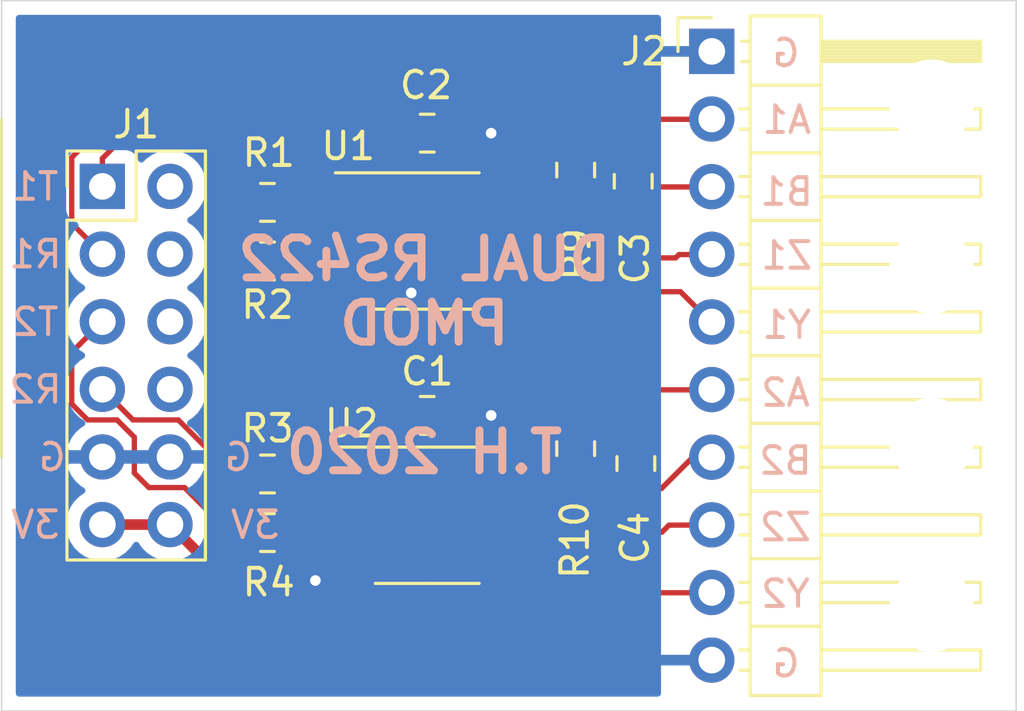
<source format=kicad_pcb>
(kicad_pcb (version 20171130) (host pcbnew "(5.1.5)-3")

  (general
    (thickness 1.6)
    (drawings 27)
    (tracks 121)
    (zones 0)
    (modules 18)
    (nets 25)
  )

  (page A4)
  (layers
    (0 F.Cu signal)
    (31 B.Cu signal)
    (32 B.Adhes user)
    (33 F.Adhes user)
    (34 B.Paste user)
    (35 F.Paste user)
    (36 B.SilkS user)
    (37 F.SilkS user)
    (38 B.Mask user)
    (39 F.Mask user)
    (40 Dwgs.User user)
    (41 Cmts.User user)
    (42 Eco1.User user)
    (43 Eco2.User user)
    (44 Edge.Cuts user)
    (45 Margin user)
    (46 B.CrtYd user hide)
    (47 F.CrtYd user)
    (48 B.Fab user hide)
    (49 F.Fab user hide)
  )

  (setup
    (last_trace_width 0.2)
    (trace_clearance 0.2)
    (zone_clearance 0.508)
    (zone_45_only no)
    (trace_min 0.2)
    (via_size 0.8)
    (via_drill 0.4)
    (via_min_size 0.4)
    (via_min_drill 0.3)
    (uvia_size 0.3)
    (uvia_drill 0.1)
    (uvias_allowed no)
    (uvia_min_size 0.2)
    (uvia_min_drill 0.1)
    (edge_width 0.05)
    (segment_width 0.2)
    (pcb_text_width 0.3)
    (pcb_text_size 1.5 1.5)
    (mod_edge_width 0.12)
    (mod_text_size 1 1)
    (mod_text_width 0.15)
    (pad_size 1.524 1.524)
    (pad_drill 0.762)
    (pad_to_mask_clearance 0.051)
    (solder_mask_min_width 0.25)
    (aux_axis_origin 214.66048 128.89484)
    (grid_origin 214.66048 128.89484)
    (visible_elements 7FF7FFFF)
    (pcbplotparams
      (layerselection 0x010fc_ffffffff)
      (usegerberextensions false)
      (usegerberattributes false)
      (usegerberadvancedattributes false)
      (creategerberjobfile false)
      (excludeedgelayer true)
      (linewidth 0.100000)
      (plotframeref false)
      (viasonmask false)
      (mode 1)
      (useauxorigin false)
      (hpglpennumber 1)
      (hpglpenspeed 20)
      (hpglpendiameter 15.000000)
      (psnegative false)
      (psa4output false)
      (plotreference true)
      (plotvalue true)
      (plotinvisibletext false)
      (padsonsilk false)
      (subtractmaskfromsilk false)
      (outputformat 1)
      (mirror false)
      (drillshape 0)
      (scaleselection 1)
      (outputdirectory "Manufacturing/Gerber/"))
  )

  (net 0 "")
  (net 1 /GND)
  (net 2 /3V3)
  (net 3 "Net-(C3-Pad2)")
  (net 4 "Net-(C3-Pad1)")
  (net 5 "Net-(C4-Pad2)")
  (net 6 "Net-(C4-Pad1)")
  (net 7 /RX2)
  (net 8 /TX2)
  (net 9 /RX1)
  (net 10 /TX1)
  (net 11 "Net-(J2-Pad8)")
  (net 12 "Net-(J2-Pad5)")
  (net 13 "Net-(J2-Pad4)")
  (net 14 "Net-(R1-Pad1)")
  (net 15 "Net-(R2-Pad1)")
  (net 16 "Net-(R3-Pad1)")
  (net 17 "Net-(R4-Pad1)")
  (net 18 "Net-(J1-Pad8)")
  (net 19 "Net-(J1-Pad6)")
  (net 20 "Net-(J1-Pad4)")
  (net 21 "Net-(J1-Pad2)")
  (net 22 "Net-(J2-Pad9)")
  (net 23 "Net-(J2-Pad6)")
  (net 24 "Net-(J2-Pad2)")

  (net_class Default "This is the default net class."
    (clearance 0.2)
    (trace_width 0.2)
    (via_dia 0.8)
    (via_drill 0.4)
    (uvia_dia 0.3)
    (uvia_drill 0.1)
    (add_net /RX1)
    (add_net /RX2)
    (add_net /TX1)
    (add_net /TX2)
    (add_net "Net-(C3-Pad1)")
    (add_net "Net-(C3-Pad2)")
    (add_net "Net-(C4-Pad1)")
    (add_net "Net-(C4-Pad2)")
    (add_net "Net-(J1-Pad2)")
    (add_net "Net-(J1-Pad4)")
    (add_net "Net-(J1-Pad6)")
    (add_net "Net-(J1-Pad8)")
    (add_net "Net-(J2-Pad2)")
    (add_net "Net-(J2-Pad4)")
    (add_net "Net-(J2-Pad5)")
    (add_net "Net-(J2-Pad6)")
    (add_net "Net-(J2-Pad8)")
    (add_net "Net-(J2-Pad9)")
    (add_net "Net-(R1-Pad1)")
    (add_net "Net-(R2-Pad1)")
    (add_net "Net-(R3-Pad1)")
    (add_net "Net-(R4-Pad1)")
  )

  (net_class power ""
    (clearance 0.2)
    (trace_width 0.4)
    (via_dia 0.8)
    (via_drill 0.4)
    (uvia_dia 0.3)
    (uvia_drill 0.1)
    (add_net /3V3)
    (add_net /GND)
  )

  (module MountingHole:MountingHole_3.2mm_M3 (layer F.Cu) (tedit 56D1B4CB) (tstamp 5E45B5A1)
    (at 249.58548 118.73484)
    (descr "Mounting Hole 3.2mm, no annular, M3")
    (tags "mounting hole 3.2mm no annular m3")
    (attr virtual)
    (fp_text reference REF** (at 0 -4.2) (layer F.SilkS) hide
      (effects (font (size 1 1) (thickness 0.15)))
    )
    (fp_text value MountingHole_3.2mm_M3 (at 0 4.2) (layer F.Fab)
      (effects (font (size 1 1) (thickness 0.15)))
    )
    (fp_text user %R (at 0.3 0) (layer F.Fab)
      (effects (font (size 1 1) (thickness 0.15)))
    )
    (fp_circle (center 0 0) (end 3.2 0) (layer Cmts.User) (width 0.15))
    (fp_circle (center 0 0) (end 3.45 0) (layer F.CrtYd) (width 0.05))
    (pad 1 np_thru_hole circle (at 0 0) (size 3.2 3.2) (drill 3.2) (layers *.Cu *.Mask))
  )

  (module MountingHole:MountingHole_3.2mm_M3 (layer F.Cu) (tedit 56D1B4CB) (tstamp 5E45B59A)
    (at 249.58548 125.08484)
    (descr "Mounting Hole 3.2mm, no annular, M3")
    (tags "mounting hole 3.2mm no annular m3")
    (attr virtual)
    (fp_text reference REF** (at 0 -4.2) (layer F.SilkS) hide
      (effects (font (size 1 1) (thickness 0.15)))
    )
    (fp_text value MountingHole_3.2mm_M3 (at 0 4.2) (layer F.Fab)
      (effects (font (size 1 1) (thickness 0.15)))
    )
    (fp_text user %R (at 0.3 0) (layer F.Fab)
      (effects (font (size 1 1) (thickness 0.15)))
    )
    (fp_circle (center 0 0) (end 3.2 0) (layer Cmts.User) (width 0.15))
    (fp_circle (center 0 0) (end 3.45 0) (layer F.CrtYd) (width 0.05))
    (pad 1 np_thru_hole circle (at 0 0) (size 3.2 3.2) (drill 3.2) (layers *.Cu *.Mask))
  )

  (module Connector_PinHeader_2.54mm:PinHeader_1x10_P2.54mm_Horizontal (layer F.Cu) (tedit 59FED5CB) (tstamp 5E45AB97)
    (at 241.33048 104.12984)
    (descr "Through hole angled pin header, 1x10, 2.54mm pitch, 6mm pin length, single row")
    (tags "Through hole angled pin header THT 1x10 2.54mm single row")
    (path /5E5A10A1)
    (fp_text reference J2 (at -2.54 0) (layer F.SilkS)
      (effects (font (size 1 1) (thickness 0.15)))
    )
    (fp_text value Conn_01x10_Male (at 4.385 25.13) (layer F.Fab)
      (effects (font (size 1 1) (thickness 0.15)))
    )
    (fp_text user %R (at 2.77 11.43 90) (layer F.Fab)
      (effects (font (size 1 1) (thickness 0.15)))
    )
    (fp_line (start 10.55 -1.8) (end -1.8 -1.8) (layer F.CrtYd) (width 0.05))
    (fp_line (start 10.55 24.65) (end 10.55 -1.8) (layer F.CrtYd) (width 0.05))
    (fp_line (start -1.8 24.65) (end 10.55 24.65) (layer F.CrtYd) (width 0.05))
    (fp_line (start -1.8 -1.8) (end -1.8 24.65) (layer F.CrtYd) (width 0.05))
    (fp_line (start -1.27 -1.27) (end 0 -1.27) (layer F.SilkS) (width 0.12))
    (fp_line (start -1.27 0) (end -1.27 -1.27) (layer F.SilkS) (width 0.12))
    (fp_line (start 1.042929 23.24) (end 1.44 23.24) (layer F.SilkS) (width 0.12))
    (fp_line (start 1.042929 22.48) (end 1.44 22.48) (layer F.SilkS) (width 0.12))
    (fp_line (start 10.1 23.24) (end 4.1 23.24) (layer F.SilkS) (width 0.12))
    (fp_line (start 10.1 22.48) (end 10.1 23.24) (layer F.SilkS) (width 0.12))
    (fp_line (start 4.1 22.48) (end 10.1 22.48) (layer F.SilkS) (width 0.12))
    (fp_line (start 1.44 21.59) (end 4.1 21.59) (layer F.SilkS) (width 0.12))
    (fp_line (start 1.042929 20.7) (end 1.44 20.7) (layer F.SilkS) (width 0.12))
    (fp_line (start 1.042929 19.94) (end 1.44 19.94) (layer F.SilkS) (width 0.12))
    (fp_line (start 10.1 20.7) (end 4.1 20.7) (layer F.SilkS) (width 0.12))
    (fp_line (start 10.1 19.94) (end 10.1 20.7) (layer F.SilkS) (width 0.12))
    (fp_line (start 4.1 19.94) (end 10.1 19.94) (layer F.SilkS) (width 0.12))
    (fp_line (start 1.44 19.05) (end 4.1 19.05) (layer F.SilkS) (width 0.12))
    (fp_line (start 1.042929 18.16) (end 1.44 18.16) (layer F.SilkS) (width 0.12))
    (fp_line (start 1.042929 17.4) (end 1.44 17.4) (layer F.SilkS) (width 0.12))
    (fp_line (start 10.1 18.16) (end 4.1 18.16) (layer F.SilkS) (width 0.12))
    (fp_line (start 10.1 17.4) (end 10.1 18.16) (layer F.SilkS) (width 0.12))
    (fp_line (start 4.1 17.4) (end 10.1 17.4) (layer F.SilkS) (width 0.12))
    (fp_line (start 1.44 16.51) (end 4.1 16.51) (layer F.SilkS) (width 0.12))
    (fp_line (start 1.042929 15.62) (end 1.44 15.62) (layer F.SilkS) (width 0.12))
    (fp_line (start 1.042929 14.86) (end 1.44 14.86) (layer F.SilkS) (width 0.12))
    (fp_line (start 10.1 15.62) (end 4.1 15.62) (layer F.SilkS) (width 0.12))
    (fp_line (start 10.1 14.86) (end 10.1 15.62) (layer F.SilkS) (width 0.12))
    (fp_line (start 4.1 14.86) (end 10.1 14.86) (layer F.SilkS) (width 0.12))
    (fp_line (start 1.44 13.97) (end 4.1 13.97) (layer F.SilkS) (width 0.12))
    (fp_line (start 1.042929 13.08) (end 1.44 13.08) (layer F.SilkS) (width 0.12))
    (fp_line (start 1.042929 12.32) (end 1.44 12.32) (layer F.SilkS) (width 0.12))
    (fp_line (start 10.1 13.08) (end 4.1 13.08) (layer F.SilkS) (width 0.12))
    (fp_line (start 10.1 12.32) (end 10.1 13.08) (layer F.SilkS) (width 0.12))
    (fp_line (start 4.1 12.32) (end 10.1 12.32) (layer F.SilkS) (width 0.12))
    (fp_line (start 1.44 11.43) (end 4.1 11.43) (layer F.SilkS) (width 0.12))
    (fp_line (start 1.042929 10.54) (end 1.44 10.54) (layer F.SilkS) (width 0.12))
    (fp_line (start 1.042929 9.78) (end 1.44 9.78) (layer F.SilkS) (width 0.12))
    (fp_line (start 10.1 10.54) (end 4.1 10.54) (layer F.SilkS) (width 0.12))
    (fp_line (start 10.1 9.78) (end 10.1 10.54) (layer F.SilkS) (width 0.12))
    (fp_line (start 4.1 9.78) (end 10.1 9.78) (layer F.SilkS) (width 0.12))
    (fp_line (start 1.44 8.89) (end 4.1 8.89) (layer F.SilkS) (width 0.12))
    (fp_line (start 1.042929 8) (end 1.44 8) (layer F.SilkS) (width 0.12))
    (fp_line (start 1.042929 7.24) (end 1.44 7.24) (layer F.SilkS) (width 0.12))
    (fp_line (start 10.1 8) (end 4.1 8) (layer F.SilkS) (width 0.12))
    (fp_line (start 10.1 7.24) (end 10.1 8) (layer F.SilkS) (width 0.12))
    (fp_line (start 4.1 7.24) (end 10.1 7.24) (layer F.SilkS) (width 0.12))
    (fp_line (start 1.44 6.35) (end 4.1 6.35) (layer F.SilkS) (width 0.12))
    (fp_line (start 1.042929 5.46) (end 1.44 5.46) (layer F.SilkS) (width 0.12))
    (fp_line (start 1.042929 4.7) (end 1.44 4.7) (layer F.SilkS) (width 0.12))
    (fp_line (start 10.1 5.46) (end 4.1 5.46) (layer F.SilkS) (width 0.12))
    (fp_line (start 10.1 4.7) (end 10.1 5.46) (layer F.SilkS) (width 0.12))
    (fp_line (start 4.1 4.7) (end 10.1 4.7) (layer F.SilkS) (width 0.12))
    (fp_line (start 1.44 3.81) (end 4.1 3.81) (layer F.SilkS) (width 0.12))
    (fp_line (start 1.042929 2.92) (end 1.44 2.92) (layer F.SilkS) (width 0.12))
    (fp_line (start 1.042929 2.16) (end 1.44 2.16) (layer F.SilkS) (width 0.12))
    (fp_line (start 10.1 2.92) (end 4.1 2.92) (layer F.SilkS) (width 0.12))
    (fp_line (start 10.1 2.16) (end 10.1 2.92) (layer F.SilkS) (width 0.12))
    (fp_line (start 4.1 2.16) (end 10.1 2.16) (layer F.SilkS) (width 0.12))
    (fp_line (start 1.44 1.27) (end 4.1 1.27) (layer F.SilkS) (width 0.12))
    (fp_line (start 1.11 0.38) (end 1.44 0.38) (layer F.SilkS) (width 0.12))
    (fp_line (start 1.11 -0.38) (end 1.44 -0.38) (layer F.SilkS) (width 0.12))
    (fp_line (start 4.1 0.28) (end 10.1 0.28) (layer F.SilkS) (width 0.12))
    (fp_line (start 4.1 0.16) (end 10.1 0.16) (layer F.SilkS) (width 0.12))
    (fp_line (start 4.1 0.04) (end 10.1 0.04) (layer F.SilkS) (width 0.12))
    (fp_line (start 4.1 -0.08) (end 10.1 -0.08) (layer F.SilkS) (width 0.12))
    (fp_line (start 4.1 -0.2) (end 10.1 -0.2) (layer F.SilkS) (width 0.12))
    (fp_line (start 4.1 -0.32) (end 10.1 -0.32) (layer F.SilkS) (width 0.12))
    (fp_line (start 10.1 0.38) (end 4.1 0.38) (layer F.SilkS) (width 0.12))
    (fp_line (start 10.1 -0.38) (end 10.1 0.38) (layer F.SilkS) (width 0.12))
    (fp_line (start 4.1 -0.38) (end 10.1 -0.38) (layer F.SilkS) (width 0.12))
    (fp_line (start 4.1 -1.33) (end 1.44 -1.33) (layer F.SilkS) (width 0.12))
    (fp_line (start 4.1 24.19) (end 4.1 -1.33) (layer F.SilkS) (width 0.12))
    (fp_line (start 1.44 24.19) (end 4.1 24.19) (layer F.SilkS) (width 0.12))
    (fp_line (start 1.44 -1.33) (end 1.44 24.19) (layer F.SilkS) (width 0.12))
    (fp_line (start 4.04 23.18) (end 10.04 23.18) (layer F.Fab) (width 0.1))
    (fp_line (start 10.04 22.54) (end 10.04 23.18) (layer F.Fab) (width 0.1))
    (fp_line (start 4.04 22.54) (end 10.04 22.54) (layer F.Fab) (width 0.1))
    (fp_line (start -0.32 23.18) (end 1.5 23.18) (layer F.Fab) (width 0.1))
    (fp_line (start -0.32 22.54) (end -0.32 23.18) (layer F.Fab) (width 0.1))
    (fp_line (start -0.32 22.54) (end 1.5 22.54) (layer F.Fab) (width 0.1))
    (fp_line (start 4.04 20.64) (end 10.04 20.64) (layer F.Fab) (width 0.1))
    (fp_line (start 10.04 20) (end 10.04 20.64) (layer F.Fab) (width 0.1))
    (fp_line (start 4.04 20) (end 10.04 20) (layer F.Fab) (width 0.1))
    (fp_line (start -0.32 20.64) (end 1.5 20.64) (layer F.Fab) (width 0.1))
    (fp_line (start -0.32 20) (end -0.32 20.64) (layer F.Fab) (width 0.1))
    (fp_line (start -0.32 20) (end 1.5 20) (layer F.Fab) (width 0.1))
    (fp_line (start 4.04 18.1) (end 10.04 18.1) (layer F.Fab) (width 0.1))
    (fp_line (start 10.04 17.46) (end 10.04 18.1) (layer F.Fab) (width 0.1))
    (fp_line (start 4.04 17.46) (end 10.04 17.46) (layer F.Fab) (width 0.1))
    (fp_line (start -0.32 18.1) (end 1.5 18.1) (layer F.Fab) (width 0.1))
    (fp_line (start -0.32 17.46) (end -0.32 18.1) (layer F.Fab) (width 0.1))
    (fp_line (start -0.32 17.46) (end 1.5 17.46) (layer F.Fab) (width 0.1))
    (fp_line (start 4.04 15.56) (end 10.04 15.56) (layer F.Fab) (width 0.1))
    (fp_line (start 10.04 14.92) (end 10.04 15.56) (layer F.Fab) (width 0.1))
    (fp_line (start 4.04 14.92) (end 10.04 14.92) (layer F.Fab) (width 0.1))
    (fp_line (start -0.32 15.56) (end 1.5 15.56) (layer F.Fab) (width 0.1))
    (fp_line (start -0.32 14.92) (end -0.32 15.56) (layer F.Fab) (width 0.1))
    (fp_line (start -0.32 14.92) (end 1.5 14.92) (layer F.Fab) (width 0.1))
    (fp_line (start 4.04 13.02) (end 10.04 13.02) (layer F.Fab) (width 0.1))
    (fp_line (start 10.04 12.38) (end 10.04 13.02) (layer F.Fab) (width 0.1))
    (fp_line (start 4.04 12.38) (end 10.04 12.38) (layer F.Fab) (width 0.1))
    (fp_line (start -0.32 13.02) (end 1.5 13.02) (layer F.Fab) (width 0.1))
    (fp_line (start -0.32 12.38) (end -0.32 13.02) (layer F.Fab) (width 0.1))
    (fp_line (start -0.32 12.38) (end 1.5 12.38) (layer F.Fab) (width 0.1))
    (fp_line (start 4.04 10.48) (end 10.04 10.48) (layer F.Fab) (width 0.1))
    (fp_line (start 10.04 9.84) (end 10.04 10.48) (layer F.Fab) (width 0.1))
    (fp_line (start 4.04 9.84) (end 10.04 9.84) (layer F.Fab) (width 0.1))
    (fp_line (start -0.32 10.48) (end 1.5 10.48) (layer F.Fab) (width 0.1))
    (fp_line (start -0.32 9.84) (end -0.32 10.48) (layer F.Fab) (width 0.1))
    (fp_line (start -0.32 9.84) (end 1.5 9.84) (layer F.Fab) (width 0.1))
    (fp_line (start 4.04 7.94) (end 10.04 7.94) (layer F.Fab) (width 0.1))
    (fp_line (start 10.04 7.3) (end 10.04 7.94) (layer F.Fab) (width 0.1))
    (fp_line (start 4.04 7.3) (end 10.04 7.3) (layer F.Fab) (width 0.1))
    (fp_line (start -0.32 7.94) (end 1.5 7.94) (layer F.Fab) (width 0.1))
    (fp_line (start -0.32 7.3) (end -0.32 7.94) (layer F.Fab) (width 0.1))
    (fp_line (start -0.32 7.3) (end 1.5 7.3) (layer F.Fab) (width 0.1))
    (fp_line (start 4.04 5.4) (end 10.04 5.4) (layer F.Fab) (width 0.1))
    (fp_line (start 10.04 4.76) (end 10.04 5.4) (layer F.Fab) (width 0.1))
    (fp_line (start 4.04 4.76) (end 10.04 4.76) (layer F.Fab) (width 0.1))
    (fp_line (start -0.32 5.4) (end 1.5 5.4) (layer F.Fab) (width 0.1))
    (fp_line (start -0.32 4.76) (end -0.32 5.4) (layer F.Fab) (width 0.1))
    (fp_line (start -0.32 4.76) (end 1.5 4.76) (layer F.Fab) (width 0.1))
    (fp_line (start 4.04 2.86) (end 10.04 2.86) (layer F.Fab) (width 0.1))
    (fp_line (start 10.04 2.22) (end 10.04 2.86) (layer F.Fab) (width 0.1))
    (fp_line (start 4.04 2.22) (end 10.04 2.22) (layer F.Fab) (width 0.1))
    (fp_line (start -0.32 2.86) (end 1.5 2.86) (layer F.Fab) (width 0.1))
    (fp_line (start -0.32 2.22) (end -0.32 2.86) (layer F.Fab) (width 0.1))
    (fp_line (start -0.32 2.22) (end 1.5 2.22) (layer F.Fab) (width 0.1))
    (fp_line (start 4.04 0.32) (end 10.04 0.32) (layer F.Fab) (width 0.1))
    (fp_line (start 10.04 -0.32) (end 10.04 0.32) (layer F.Fab) (width 0.1))
    (fp_line (start 4.04 -0.32) (end 10.04 -0.32) (layer F.Fab) (width 0.1))
    (fp_line (start -0.32 0.32) (end 1.5 0.32) (layer F.Fab) (width 0.1))
    (fp_line (start -0.32 -0.32) (end -0.32 0.32) (layer F.Fab) (width 0.1))
    (fp_line (start -0.32 -0.32) (end 1.5 -0.32) (layer F.Fab) (width 0.1))
    (fp_line (start 1.5 -0.635) (end 2.135 -1.27) (layer F.Fab) (width 0.1))
    (fp_line (start 1.5 24.13) (end 1.5 -0.635) (layer F.Fab) (width 0.1))
    (fp_line (start 4.04 24.13) (end 1.5 24.13) (layer F.Fab) (width 0.1))
    (fp_line (start 4.04 -1.27) (end 4.04 24.13) (layer F.Fab) (width 0.1))
    (fp_line (start 2.135 -1.27) (end 4.04 -1.27) (layer F.Fab) (width 0.1))
    (pad 10 thru_hole oval (at 0 22.86) (size 1.7 1.7) (drill 1) (layers *.Cu *.Mask)
      (net 1 /GND))
    (pad 9 thru_hole oval (at 0 20.32) (size 1.7 1.7) (drill 1) (layers *.Cu *.Mask)
      (net 22 "Net-(J2-Pad9)"))
    (pad 8 thru_hole oval (at 0 17.78) (size 1.7 1.7) (drill 1) (layers *.Cu *.Mask)
      (net 11 "Net-(J2-Pad8)"))
    (pad 7 thru_hole oval (at 0 15.24) (size 1.7 1.7) (drill 1) (layers *.Cu *.Mask)
      (net 5 "Net-(C4-Pad2)"))
    (pad 6 thru_hole oval (at 0 12.7) (size 1.7 1.7) (drill 1) (layers *.Cu *.Mask)
      (net 23 "Net-(J2-Pad6)"))
    (pad 5 thru_hole oval (at 0 10.16) (size 1.7 1.7) (drill 1) (layers *.Cu *.Mask)
      (net 12 "Net-(J2-Pad5)"))
    (pad 4 thru_hole oval (at 0 7.62) (size 1.7 1.7) (drill 1) (layers *.Cu *.Mask)
      (net 13 "Net-(J2-Pad4)"))
    (pad 3 thru_hole oval (at 0 5.08) (size 1.7 1.7) (drill 1) (layers *.Cu *.Mask)
      (net 3 "Net-(C3-Pad2)"))
    (pad 2 thru_hole oval (at 0 2.54) (size 1.7 1.7) (drill 1) (layers *.Cu *.Mask)
      (net 24 "Net-(J2-Pad2)"))
    (pad 1 thru_hole rect (at 0 0) (size 1.7 1.7) (drill 1) (layers *.Cu *.Mask)
      (net 1 /GND))
    (model ${KISYS3DMOD}/Connector_PinHeader_2.54mm.3dshapes/PinHeader_1x10_P2.54mm_Horizontal.wrl
      (at (xyz 0 0 0))
      (scale (xyz 1 1 1))
      (rotate (xyz 0 0 0))
    )
  )

  (module MountingHole:MountingHole_3.2mm_M3 (layer F.Cu) (tedit 56D1B4CB) (tstamp 5E459EA5)
    (at 249.58548 112.38484)
    (descr "Mounting Hole 3.2mm, no annular, M3")
    (tags "mounting hole 3.2mm no annular m3")
    (attr virtual)
    (fp_text reference REF** (at 0 -4.2) (layer F.SilkS) hide
      (effects (font (size 1 1) (thickness 0.15)))
    )
    (fp_text value MountingHole_3.2mm_M3 (at 0 4.2) (layer F.Fab)
      (effects (font (size 1 1) (thickness 0.15)))
    )
    (fp_circle (center 0 0) (end 3.45 0) (layer F.CrtYd) (width 0.05))
    (fp_circle (center 0 0) (end 3.2 0) (layer Cmts.User) (width 0.15))
    (fp_text user %R (at 0.3 0) (layer F.Fab)
      (effects (font (size 1 1) (thickness 0.15)))
    )
    (pad 1 np_thru_hole circle (at 0 0) (size 3.2 3.2) (drill 3.2) (layers *.Cu *.Mask))
  )

  (module MountingHole:MountingHole_3.2mm_M3 (layer F.Cu) (tedit 56D1B4CB) (tstamp 5E459E88)
    (at 249.58548 106.03484)
    (descr "Mounting Hole 3.2mm, no annular, M3")
    (tags "mounting hole 3.2mm no annular m3")
    (attr virtual)
    (fp_text reference REF** (at 0 -4.2) (layer F.SilkS) hide
      (effects (font (size 1 1) (thickness 0.15)))
    )
    (fp_text value MountingHole_3.2mm_M3 (at 0 4.2) (layer F.Fab)
      (effects (font (size 1 1) (thickness 0.15)))
    )
    (fp_circle (center 0 0) (end 3.45 0) (layer F.CrtYd) (width 0.05))
    (fp_circle (center 0 0) (end 3.2 0) (layer Cmts.User) (width 0.15))
    (fp_text user %R (at 0.3 0) (layer F.Fab)
      (effects (font (size 1 1) (thickness 0.15)))
    )
    (pad 1 np_thru_hole circle (at 0 0) (size 3.2 3.2) (drill 3.2) (layers *.Cu *.Mask))
  )

  (module Capacitor_SMD:C_0805_2012Metric (layer F.Cu) (tedit 5B36C52B) (tstamp 5E459473)
    (at 230.645 107.2)
    (descr "Capacitor SMD 0805 (2012 Metric), square (rectangular) end terminal, IPC_7351 nominal, (Body size source: https://docs.google.com/spreadsheets/d/1BsfQQcO9C6DZCsRaXUlFlo91Tg2WpOkGARC1WS5S8t0/edit?usp=sharing), generated with kicad-footprint-generator")
    (tags capacitor)
    (path /5E4AD9DD)
    (attr smd)
    (fp_text reference C2 (at -0.04602 -1.80016) (layer F.SilkS)
      (effects (font (size 1 1) (thickness 0.15)))
    )
    (fp_text value 1u (at 0 1.65) (layer F.Fab)
      (effects (font (size 1 1) (thickness 0.15)))
    )
    (fp_text user %R (at 0 0) (layer F.Fab)
      (effects (font (size 0.5 0.5) (thickness 0.08)))
    )
    (fp_line (start 1.68 0.95) (end -1.68 0.95) (layer F.CrtYd) (width 0.05))
    (fp_line (start 1.68 -0.95) (end 1.68 0.95) (layer F.CrtYd) (width 0.05))
    (fp_line (start -1.68 -0.95) (end 1.68 -0.95) (layer F.CrtYd) (width 0.05))
    (fp_line (start -1.68 0.95) (end -1.68 -0.95) (layer F.CrtYd) (width 0.05))
    (fp_line (start -0.258578 0.71) (end 0.258578 0.71) (layer F.SilkS) (width 0.12))
    (fp_line (start -0.258578 -0.71) (end 0.258578 -0.71) (layer F.SilkS) (width 0.12))
    (fp_line (start 1 0.6) (end -1 0.6) (layer F.Fab) (width 0.1))
    (fp_line (start 1 -0.6) (end 1 0.6) (layer F.Fab) (width 0.1))
    (fp_line (start -1 -0.6) (end 1 -0.6) (layer F.Fab) (width 0.1))
    (fp_line (start -1 0.6) (end -1 -0.6) (layer F.Fab) (width 0.1))
    (pad 2 smd roundrect (at 0.9375 0) (size 0.975 1.4) (layers F.Cu F.Paste F.Mask) (roundrect_rratio 0.25)
      (net 1 /GND))
    (pad 1 smd roundrect (at -0.9375 0) (size 0.975 1.4) (layers F.Cu F.Paste F.Mask) (roundrect_rratio 0.25)
      (net 2 /3V3))
    (model ${KISYS3DMOD}/Capacitor_SMD.3dshapes/C_0805_2012Metric.wrl
      (at (xyz 0 0 0))
      (scale (xyz 1 1 1))
      (rotate (xyz 0 0 0))
    )
  )

  (module Resistor_SMD:R_0805_2012Metric (layer F.Cu) (tedit 5B36C52B) (tstamp 5E458E74)
    (at 224.645 122.2 180)
    (descr "Resistor SMD 0805 (2012 Metric), square (rectangular) end terminal, IPC_7351 nominal, (Body size source: https://docs.google.com/spreadsheets/d/1BsfQQcO9C6DZCsRaXUlFlo91Tg2WpOkGARC1WS5S8t0/edit?usp=sharing), generated with kicad-footprint-generator")
    (tags resistor)
    (path /5E58C614)
    (attr smd)
    (fp_text reference R4 (at -0.04848 -1.86884) (layer F.SilkS)
      (effects (font (size 1 1) (thickness 0.15)))
    )
    (fp_text value 121 (at 0 1.65) (layer F.Fab)
      (effects (font (size 1 1) (thickness 0.15)))
    )
    (fp_text user %R (at 0 0) (layer F.Fab)
      (effects (font (size 0.5 0.5) (thickness 0.08)))
    )
    (fp_line (start 1.68 0.95) (end -1.68 0.95) (layer F.CrtYd) (width 0.05))
    (fp_line (start 1.68 -0.95) (end 1.68 0.95) (layer F.CrtYd) (width 0.05))
    (fp_line (start -1.68 -0.95) (end 1.68 -0.95) (layer F.CrtYd) (width 0.05))
    (fp_line (start -1.68 0.95) (end -1.68 -0.95) (layer F.CrtYd) (width 0.05))
    (fp_line (start -0.258578 0.71) (end 0.258578 0.71) (layer F.SilkS) (width 0.12))
    (fp_line (start -0.258578 -0.71) (end 0.258578 -0.71) (layer F.SilkS) (width 0.12))
    (fp_line (start 1 0.6) (end -1 0.6) (layer F.Fab) (width 0.1))
    (fp_line (start 1 -0.6) (end 1 0.6) (layer F.Fab) (width 0.1))
    (fp_line (start -1 -0.6) (end 1 -0.6) (layer F.Fab) (width 0.1))
    (fp_line (start -1 0.6) (end -1 -0.6) (layer F.Fab) (width 0.1))
    (pad 2 smd roundrect (at 0.9375 0 180) (size 0.975 1.4) (layers F.Cu F.Paste F.Mask) (roundrect_rratio 0.25)
      (net 8 /TX2))
    (pad 1 smd roundrect (at -0.9375 0 180) (size 0.975 1.4) (layers F.Cu F.Paste F.Mask) (roundrect_rratio 0.25)
      (net 17 "Net-(R4-Pad1)"))
    (model ${KISYS3DMOD}/Resistor_SMD.3dshapes/R_0805_2012Metric.wrl
      (at (xyz 0 0 0))
      (scale (xyz 1 1 1))
      (rotate (xyz 0 0 0))
    )
  )

  (module Resistor_SMD:R_0805_2012Metric (layer F.Cu) (tedit 5B36C52B) (tstamp 5E458E63)
    (at 224.645 120 180)
    (descr "Resistor SMD 0805 (2012 Metric), square (rectangular) end terminal, IPC_7351 nominal, (Body size source: https://docs.google.com/spreadsheets/d/1BsfQQcO9C6DZCsRaXUlFlo91Tg2WpOkGARC1WS5S8t0/edit?usp=sharing), generated with kicad-footprint-generator")
    (tags resistor)
    (path /5E58C60E)
    (attr smd)
    (fp_text reference R3 (at 0 1.70966) (layer F.SilkS)
      (effects (font (size 1 1) (thickness 0.15)))
    )
    (fp_text value 121 (at 0 1.65) (layer F.Fab)
      (effects (font (size 1 1) (thickness 0.15)))
    )
    (fp_text user %R (at 0 0) (layer F.Fab)
      (effects (font (size 0.5 0.5) (thickness 0.08)))
    )
    (fp_line (start 1.68 0.95) (end -1.68 0.95) (layer F.CrtYd) (width 0.05))
    (fp_line (start 1.68 -0.95) (end 1.68 0.95) (layer F.CrtYd) (width 0.05))
    (fp_line (start -1.68 -0.95) (end 1.68 -0.95) (layer F.CrtYd) (width 0.05))
    (fp_line (start -1.68 0.95) (end -1.68 -0.95) (layer F.CrtYd) (width 0.05))
    (fp_line (start -0.258578 0.71) (end 0.258578 0.71) (layer F.SilkS) (width 0.12))
    (fp_line (start -0.258578 -0.71) (end 0.258578 -0.71) (layer F.SilkS) (width 0.12))
    (fp_line (start 1 0.6) (end -1 0.6) (layer F.Fab) (width 0.1))
    (fp_line (start 1 -0.6) (end 1 0.6) (layer F.Fab) (width 0.1))
    (fp_line (start -1 -0.6) (end 1 -0.6) (layer F.Fab) (width 0.1))
    (fp_line (start -1 0.6) (end -1 -0.6) (layer F.Fab) (width 0.1))
    (pad 2 smd roundrect (at 0.9375 0 180) (size 0.975 1.4) (layers F.Cu F.Paste F.Mask) (roundrect_rratio 0.25)
      (net 7 /RX2))
    (pad 1 smd roundrect (at -0.9375 0 180) (size 0.975 1.4) (layers F.Cu F.Paste F.Mask) (roundrect_rratio 0.25)
      (net 16 "Net-(R3-Pad1)"))
    (model ${KISYS3DMOD}/Resistor_SMD.3dshapes/R_0805_2012Metric.wrl
      (at (xyz 0 0 0))
      (scale (xyz 1 1 1))
      (rotate (xyz 0 0 0))
    )
  )

  (module Resistor_SMD:R_0805_2012Metric (layer F.Cu) (tedit 5B36C52B) (tstamp 5E458E52)
    (at 224.645 112 180)
    (descr "Resistor SMD 0805 (2012 Metric), square (rectangular) end terminal, IPC_7351 nominal, (Body size source: https://docs.google.com/spreadsheets/d/1BsfQQcO9C6DZCsRaXUlFlo91Tg2WpOkGARC1WS5S8t0/edit?usp=sharing), generated with kicad-footprint-generator")
    (tags resistor)
    (path /5E586198)
    (attr smd)
    (fp_text reference R2 (at 0 -1.65) (layer F.SilkS)
      (effects (font (size 1 1) (thickness 0.15)))
    )
    (fp_text value 121 (at 0 1.65) (layer F.Fab)
      (effects (font (size 1 1) (thickness 0.15)))
    )
    (fp_text user %R (at 0 0) (layer F.Fab)
      (effects (font (size 0.5 0.5) (thickness 0.08)))
    )
    (fp_line (start 1.68 0.95) (end -1.68 0.95) (layer F.CrtYd) (width 0.05))
    (fp_line (start 1.68 -0.95) (end 1.68 0.95) (layer F.CrtYd) (width 0.05))
    (fp_line (start -1.68 -0.95) (end 1.68 -0.95) (layer F.CrtYd) (width 0.05))
    (fp_line (start -1.68 0.95) (end -1.68 -0.95) (layer F.CrtYd) (width 0.05))
    (fp_line (start -0.258578 0.71) (end 0.258578 0.71) (layer F.SilkS) (width 0.12))
    (fp_line (start -0.258578 -0.71) (end 0.258578 -0.71) (layer F.SilkS) (width 0.12))
    (fp_line (start 1 0.6) (end -1 0.6) (layer F.Fab) (width 0.1))
    (fp_line (start 1 -0.6) (end 1 0.6) (layer F.Fab) (width 0.1))
    (fp_line (start -1 -0.6) (end 1 -0.6) (layer F.Fab) (width 0.1))
    (fp_line (start -1 0.6) (end -1 -0.6) (layer F.Fab) (width 0.1))
    (pad 2 smd roundrect (at 0.9375 0 180) (size 0.975 1.4) (layers F.Cu F.Paste F.Mask) (roundrect_rratio 0.25)
      (net 10 /TX1))
    (pad 1 smd roundrect (at -0.9375 0 180) (size 0.975 1.4) (layers F.Cu F.Paste F.Mask) (roundrect_rratio 0.25)
      (net 15 "Net-(R2-Pad1)"))
    (model ${KISYS3DMOD}/Resistor_SMD.3dshapes/R_0805_2012Metric.wrl
      (at (xyz 0 0 0))
      (scale (xyz 1 1 1))
      (rotate (xyz 0 0 0))
    )
  )

  (module Resistor_SMD:R_0805_2012Metric (layer F.Cu) (tedit 5B36C52B) (tstamp 5E458E41)
    (at 224.645 109.8 180)
    (descr "Resistor SMD 0805 (2012 Metric), square (rectangular) end terminal, IPC_7351 nominal, (Body size source: https://docs.google.com/spreadsheets/d/1BsfQQcO9C6DZCsRaXUlFlo91Tg2WpOkGARC1WS5S8t0/edit?usp=sharing), generated with kicad-footprint-generator")
    (tags resistor)
    (path /5E5824CC)
    (attr smd)
    (fp_text reference R1 (at -0.04848 1.86016) (layer F.SilkS)
      (effects (font (size 1 1) (thickness 0.15)))
    )
    (fp_text value 121 (at 0 1.65) (layer F.Fab)
      (effects (font (size 1 1) (thickness 0.15)))
    )
    (fp_text user %R (at 0 0) (layer F.Fab)
      (effects (font (size 0.5 0.5) (thickness 0.08)))
    )
    (fp_line (start 1.68 0.95) (end -1.68 0.95) (layer F.CrtYd) (width 0.05))
    (fp_line (start 1.68 -0.95) (end 1.68 0.95) (layer F.CrtYd) (width 0.05))
    (fp_line (start -1.68 -0.95) (end 1.68 -0.95) (layer F.CrtYd) (width 0.05))
    (fp_line (start -1.68 0.95) (end -1.68 -0.95) (layer F.CrtYd) (width 0.05))
    (fp_line (start -0.258578 0.71) (end 0.258578 0.71) (layer F.SilkS) (width 0.12))
    (fp_line (start -0.258578 -0.71) (end 0.258578 -0.71) (layer F.SilkS) (width 0.12))
    (fp_line (start 1 0.6) (end -1 0.6) (layer F.Fab) (width 0.1))
    (fp_line (start 1 -0.6) (end 1 0.6) (layer F.Fab) (width 0.1))
    (fp_line (start -1 -0.6) (end 1 -0.6) (layer F.Fab) (width 0.1))
    (fp_line (start -1 0.6) (end -1 -0.6) (layer F.Fab) (width 0.1))
    (pad 2 smd roundrect (at 0.9375 0 180) (size 0.975 1.4) (layers F.Cu F.Paste F.Mask) (roundrect_rratio 0.25)
      (net 9 /RX1))
    (pad 1 smd roundrect (at -0.9375 0 180) (size 0.975 1.4) (layers F.Cu F.Paste F.Mask) (roundrect_rratio 0.25)
      (net 14 "Net-(R1-Pad1)"))
    (model ${KISYS3DMOD}/Resistor_SMD.3dshapes/R_0805_2012Metric.wrl
      (at (xyz 0 0 0))
      (scale (xyz 1 1 1))
      (rotate (xyz 0 0 0))
    )
  )

  (module Connector_PinHeader_2.54mm:PinHeader_2x06_P2.54mm_Vertical (layer F.Cu) (tedit 59FED5CC) (tstamp 5E458802)
    (at 218.445 109.2)
    (descr "Through hole straight pin header, 2x06, 2.54mm pitch, double rows")
    (tags "Through hole pin header THT 2x06 2.54mm double row")
    (path /5E5034B8)
    (fp_text reference J1 (at 1.27 -2.33) (layer F.SilkS)
      (effects (font (size 1 1) (thickness 0.15)))
    )
    (fp_text value Conn_02x06_Odd_Even (at 1.27 15.03) (layer F.Fab)
      (effects (font (size 1 1) (thickness 0.15)))
    )
    (fp_text user %R (at 1.27 6.35 90) (layer F.Fab)
      (effects (font (size 1 1) (thickness 0.15)))
    )
    (fp_line (start 4.35 -1.8) (end -1.8 -1.8) (layer F.CrtYd) (width 0.05))
    (fp_line (start 4.35 14.5) (end 4.35 -1.8) (layer F.CrtYd) (width 0.05))
    (fp_line (start -1.8 14.5) (end 4.35 14.5) (layer F.CrtYd) (width 0.05))
    (fp_line (start -1.8 -1.8) (end -1.8 14.5) (layer F.CrtYd) (width 0.05))
    (fp_line (start -1.33 -1.33) (end 0 -1.33) (layer F.SilkS) (width 0.12))
    (fp_line (start -1.33 0) (end -1.33 -1.33) (layer F.SilkS) (width 0.12))
    (fp_line (start 1.27 -1.33) (end 3.87 -1.33) (layer F.SilkS) (width 0.12))
    (fp_line (start 1.27 1.27) (end 1.27 -1.33) (layer F.SilkS) (width 0.12))
    (fp_line (start -1.33 1.27) (end 1.27 1.27) (layer F.SilkS) (width 0.12))
    (fp_line (start 3.87 -1.33) (end 3.87 14.03) (layer F.SilkS) (width 0.12))
    (fp_line (start -1.33 1.27) (end -1.33 14.03) (layer F.SilkS) (width 0.12))
    (fp_line (start -1.33 14.03) (end 3.87 14.03) (layer F.SilkS) (width 0.12))
    (fp_line (start -1.27 0) (end 0 -1.27) (layer F.Fab) (width 0.1))
    (fp_line (start -1.27 13.97) (end -1.27 0) (layer F.Fab) (width 0.1))
    (fp_line (start 3.81 13.97) (end -1.27 13.97) (layer F.Fab) (width 0.1))
    (fp_line (start 3.81 -1.27) (end 3.81 13.97) (layer F.Fab) (width 0.1))
    (fp_line (start 0 -1.27) (end 3.81 -1.27) (layer F.Fab) (width 0.1))
    (pad 12 thru_hole oval (at 2.54 12.7) (size 1.7 1.7) (drill 1) (layers *.Cu *.Mask)
      (net 2 /3V3))
    (pad 11 thru_hole oval (at 0 12.7) (size 1.7 1.7) (drill 1) (layers *.Cu *.Mask)
      (net 2 /3V3))
    (pad 10 thru_hole oval (at 2.54 10.16) (size 1.7 1.7) (drill 1) (layers *.Cu *.Mask)
      (net 1 /GND))
    (pad 9 thru_hole oval (at 0 10.16) (size 1.7 1.7) (drill 1) (layers *.Cu *.Mask)
      (net 1 /GND))
    (pad 8 thru_hole oval (at 2.54 7.62) (size 1.7 1.7) (drill 1) (layers *.Cu *.Mask)
      (net 18 "Net-(J1-Pad8)"))
    (pad 7 thru_hole oval (at 0 7.62) (size 1.7 1.7) (drill 1) (layers *.Cu *.Mask)
      (net 7 /RX2))
    (pad 6 thru_hole oval (at 2.54 5.08) (size 1.7 1.7) (drill 1) (layers *.Cu *.Mask)
      (net 19 "Net-(J1-Pad6)"))
    (pad 5 thru_hole oval (at 0 5.08) (size 1.7 1.7) (drill 1) (layers *.Cu *.Mask)
      (net 8 /TX2))
    (pad 4 thru_hole oval (at 2.54 2.54) (size 1.7 1.7) (drill 1) (layers *.Cu *.Mask)
      (net 20 "Net-(J1-Pad4)"))
    (pad 3 thru_hole oval (at 0 2.54) (size 1.7 1.7) (drill 1) (layers *.Cu *.Mask)
      (net 9 /RX1))
    (pad 2 thru_hole oval (at 2.54 0) (size 1.7 1.7) (drill 1) (layers *.Cu *.Mask)
      (net 21 "Net-(J1-Pad2)"))
    (pad 1 thru_hole rect (at 0 0) (size 1.7 1.7) (drill 1) (layers *.Cu *.Mask)
      (net 10 /TX1))
    (model ${KISYS3DMOD}/Connector_PinHeader_2.54mm.3dshapes/PinHeader_2x06_P2.54mm_Vertical.wrl
      (at (xyz 0 0 0))
      (scale (xyz 1 1 1))
      (rotate (xyz 0 0 0))
    )
  )

  (module Package_SO:SOIC-8_3.9x4.9mm_P1.27mm (layer F.Cu) (tedit 5D9F72B1) (tstamp 5E45794D)
    (at 230.645 121.55)
    (descr "SOIC, 8 Pin (JEDEC MS-012AA, https://www.analog.com/media/en/package-pcb-resources/package/pkg_pdf/soic_narrow-r/r_8.pdf), generated with kicad-footprint-generator ipc_gullwing_generator.py")
    (tags "SOIC SO")
    (path /5E55D209)
    (attr smd)
    (fp_text reference U2 (at -2.84002 -3.45016) (layer F.SilkS)
      (effects (font (size 1 1) (thickness 0.15)))
    )
    (fp_text value MAX490E (at 0 3.4) (layer F.Fab)
      (effects (font (size 1 1) (thickness 0.15)))
    )
    (fp_text user %R (at 0 0) (layer F.Fab)
      (effects (font (size 0.98 0.98) (thickness 0.15)))
    )
    (fp_line (start 3.7 -2.7) (end -3.7 -2.7) (layer F.CrtYd) (width 0.05))
    (fp_line (start 3.7 2.7) (end 3.7 -2.7) (layer F.CrtYd) (width 0.05))
    (fp_line (start -3.7 2.7) (end 3.7 2.7) (layer F.CrtYd) (width 0.05))
    (fp_line (start -3.7 -2.7) (end -3.7 2.7) (layer F.CrtYd) (width 0.05))
    (fp_line (start -1.95 -1.475) (end -0.975 -2.45) (layer F.Fab) (width 0.1))
    (fp_line (start -1.95 2.45) (end -1.95 -1.475) (layer F.Fab) (width 0.1))
    (fp_line (start 1.95 2.45) (end -1.95 2.45) (layer F.Fab) (width 0.1))
    (fp_line (start 1.95 -2.45) (end 1.95 2.45) (layer F.Fab) (width 0.1))
    (fp_line (start -0.975 -2.45) (end 1.95 -2.45) (layer F.Fab) (width 0.1))
    (fp_line (start 0 -2.56) (end -3.45 -2.56) (layer F.SilkS) (width 0.12))
    (fp_line (start 0 -2.56) (end 1.95 -2.56) (layer F.SilkS) (width 0.12))
    (fp_line (start 0 2.56) (end -1.95 2.56) (layer F.SilkS) (width 0.12))
    (fp_line (start 0 2.56) (end 1.95 2.56) (layer F.SilkS) (width 0.12))
    (pad 8 smd roundrect (at 2.475 -1.905) (size 1.95 0.6) (layers F.Cu F.Paste F.Mask) (roundrect_rratio 0.25)
      (net 23 "Net-(J2-Pad6)"))
    (pad 7 smd roundrect (at 2.475 -0.635) (size 1.95 0.6) (layers F.Cu F.Paste F.Mask) (roundrect_rratio 0.25)
      (net 5 "Net-(C4-Pad2)"))
    (pad 6 smd roundrect (at 2.475 0.635) (size 1.95 0.6) (layers F.Cu F.Paste F.Mask) (roundrect_rratio 0.25)
      (net 11 "Net-(J2-Pad8)"))
    (pad 5 smd roundrect (at 2.475 1.905) (size 1.95 0.6) (layers F.Cu F.Paste F.Mask) (roundrect_rratio 0.25)
      (net 22 "Net-(J2-Pad9)"))
    (pad 4 smd roundrect (at -2.475 1.905) (size 1.95 0.6) (layers F.Cu F.Paste F.Mask) (roundrect_rratio 0.25)
      (net 1 /GND))
    (pad 3 smd roundrect (at -2.475 0.635) (size 1.95 0.6) (layers F.Cu F.Paste F.Mask) (roundrect_rratio 0.25)
      (net 17 "Net-(R4-Pad1)"))
    (pad 2 smd roundrect (at -2.475 -0.635) (size 1.95 0.6) (layers F.Cu F.Paste F.Mask) (roundrect_rratio 0.25)
      (net 16 "Net-(R3-Pad1)"))
    (pad 1 smd roundrect (at -2.475 -1.905) (size 1.95 0.6) (layers F.Cu F.Paste F.Mask) (roundrect_rratio 0.25)
      (net 2 /3V3))
    (model ${KISYS3DMOD}/Package_SO.3dshapes/SOIC-8_3.9x4.9mm_P1.27mm.wrl
      (at (xyz 0 0 0))
      (scale (xyz 1 1 1))
      (rotate (xyz 0 0 0))
    )
  )

  (module Package_SO:SOIC-8_3.9x4.9mm_P1.27mm (layer F.Cu) (tedit 5D9F72B1) (tstamp 5E4578CC)
    (at 230.645 111.25)
    (descr "SOIC, 8 Pin (JEDEC MS-012AA, https://www.analog.com/media/en/package-pcb-resources/package/pkg_pdf/soic_narrow-r/r_8.pdf), generated with kicad-footprint-generator ipc_gullwing_generator.py")
    (tags "SOIC SO")
    (path /5E53E3B1)
    (attr smd)
    (fp_text reference U1 (at -2.96702 -3.56416) (layer F.SilkS)
      (effects (font (size 1 1) (thickness 0.15)))
    )
    (fp_text value MAX490E (at 0 3.4) (layer F.Fab)
      (effects (font (size 1 1) (thickness 0.15)))
    )
    (fp_text user %R (at 0 0) (layer F.Fab)
      (effects (font (size 0.98 0.98) (thickness 0.15)))
    )
    (fp_line (start 3.7 -2.7) (end -3.7 -2.7) (layer F.CrtYd) (width 0.05))
    (fp_line (start 3.7 2.7) (end 3.7 -2.7) (layer F.CrtYd) (width 0.05))
    (fp_line (start -3.7 2.7) (end 3.7 2.7) (layer F.CrtYd) (width 0.05))
    (fp_line (start -3.7 -2.7) (end -3.7 2.7) (layer F.CrtYd) (width 0.05))
    (fp_line (start -1.95 -1.475) (end -0.975 -2.45) (layer F.Fab) (width 0.1))
    (fp_line (start -1.95 2.45) (end -1.95 -1.475) (layer F.Fab) (width 0.1))
    (fp_line (start 1.95 2.45) (end -1.95 2.45) (layer F.Fab) (width 0.1))
    (fp_line (start 1.95 -2.45) (end 1.95 2.45) (layer F.Fab) (width 0.1))
    (fp_line (start -0.975 -2.45) (end 1.95 -2.45) (layer F.Fab) (width 0.1))
    (fp_line (start 0 -2.56) (end -3.45 -2.56) (layer F.SilkS) (width 0.12))
    (fp_line (start 0 -2.56) (end 1.95 -2.56) (layer F.SilkS) (width 0.12))
    (fp_line (start 0 2.56) (end -1.95 2.56) (layer F.SilkS) (width 0.12))
    (fp_line (start 0 2.56) (end 1.95 2.56) (layer F.SilkS) (width 0.12))
    (pad 8 smd roundrect (at 2.475 -1.905) (size 1.95 0.6) (layers F.Cu F.Paste F.Mask) (roundrect_rratio 0.25)
      (net 24 "Net-(J2-Pad2)"))
    (pad 7 smd roundrect (at 2.475 -0.635) (size 1.95 0.6) (layers F.Cu F.Paste F.Mask) (roundrect_rratio 0.25)
      (net 3 "Net-(C3-Pad2)"))
    (pad 6 smd roundrect (at 2.475 0.635) (size 1.95 0.6) (layers F.Cu F.Paste F.Mask) (roundrect_rratio 0.25)
      (net 13 "Net-(J2-Pad4)"))
    (pad 5 smd roundrect (at 2.475 1.905) (size 1.95 0.6) (layers F.Cu F.Paste F.Mask) (roundrect_rratio 0.25)
      (net 12 "Net-(J2-Pad5)"))
    (pad 4 smd roundrect (at -2.475 1.905) (size 1.95 0.6) (layers F.Cu F.Paste F.Mask) (roundrect_rratio 0.25)
      (net 1 /GND))
    (pad 3 smd roundrect (at -2.475 0.635) (size 1.95 0.6) (layers F.Cu F.Paste F.Mask) (roundrect_rratio 0.25)
      (net 15 "Net-(R2-Pad1)"))
    (pad 2 smd roundrect (at -2.475 -0.635) (size 1.95 0.6) (layers F.Cu F.Paste F.Mask) (roundrect_rratio 0.25)
      (net 14 "Net-(R1-Pad1)"))
    (pad 1 smd roundrect (at -2.475 -1.905) (size 1.95 0.6) (layers F.Cu F.Paste F.Mask) (roundrect_rratio 0.25)
      (net 2 /3V3))
    (model ${KISYS3DMOD}/Package_SO.3dshapes/SOIC-8_3.9x4.9mm_P1.27mm.wrl
      (at (xyz 0 0 0))
      (scale (xyz 1 1 1))
      (rotate (xyz 0 0 0))
    )
  )

  (module Resistor_SMD:R_0805_2012Metric (layer F.Cu) (tedit 5B36C52B) (tstamp 5E44C18C)
    (at 236.22 119.0475 270)
    (descr "Resistor SMD 0805 (2012 Metric), square (rectangular) end terminal, IPC_7351 nominal, (Body size source: https://docs.google.com/spreadsheets/d/1BsfQQcO9C6DZCsRaXUlFlo91Tg2WpOkGARC1WS5S8t0/edit?usp=sharing), generated with kicad-footprint-generator")
    (tags resistor)
    (path /5E490F84)
    (attr smd)
    (fp_text reference R10 (at 3.43384 0.03302 90) (layer F.SilkS)
      (effects (font (size 1 1) (thickness 0.15)))
    )
    (fp_text value 121 (at 0 1.65 90) (layer F.Fab)
      (effects (font (size 1 1) (thickness 0.15)))
    )
    (fp_text user %R (at 0 0 90) (layer F.Fab)
      (effects (font (size 0.5 0.5) (thickness 0.08)))
    )
    (fp_line (start 1.68 0.95) (end -1.68 0.95) (layer F.CrtYd) (width 0.05))
    (fp_line (start 1.68 -0.95) (end 1.68 0.95) (layer F.CrtYd) (width 0.05))
    (fp_line (start -1.68 -0.95) (end 1.68 -0.95) (layer F.CrtYd) (width 0.05))
    (fp_line (start -1.68 0.95) (end -1.68 -0.95) (layer F.CrtYd) (width 0.05))
    (fp_line (start -0.258578 0.71) (end 0.258578 0.71) (layer F.SilkS) (width 0.12))
    (fp_line (start -0.258578 -0.71) (end 0.258578 -0.71) (layer F.SilkS) (width 0.12))
    (fp_line (start 1 0.6) (end -1 0.6) (layer F.Fab) (width 0.1))
    (fp_line (start 1 -0.6) (end 1 0.6) (layer F.Fab) (width 0.1))
    (fp_line (start -1 -0.6) (end 1 -0.6) (layer F.Fab) (width 0.1))
    (fp_line (start -1 0.6) (end -1 -0.6) (layer F.Fab) (width 0.1))
    (pad 2 smd roundrect (at 0.9375 0 270) (size 0.975 1.4) (layers F.Cu F.Paste F.Mask) (roundrect_rratio 0.25)
      (net 6 "Net-(C4-Pad1)"))
    (pad 1 smd roundrect (at -0.9375 0 270) (size 0.975 1.4) (layers F.Cu F.Paste F.Mask) (roundrect_rratio 0.25)
      (net 23 "Net-(J2-Pad6)"))
    (model ${KISYS3DMOD}/Resistor_SMD.3dshapes/R_0805_2012Metric.wrl
      (at (xyz 0 0 0))
      (scale (xyz 1 1 1))
      (rotate (xyz 0 0 0))
    )
  )

  (module Resistor_SMD:R_0805_2012Metric (layer F.Cu) (tedit 5B36C52B) (tstamp 5E44CCC0)
    (at 236.22 108.585 270)
    (descr "Resistor SMD 0805 (2012 Metric), square (rectangular) end terminal, IPC_7351 nominal, (Body size source: https://docs.google.com/spreadsheets/d/1BsfQQcO9C6DZCsRaXUlFlo91Tg2WpOkGARC1WS5S8t0/edit?usp=sharing), generated with kicad-footprint-generator")
    (tags resistor)
    (path /5E472724)
    (attr smd)
    (fp_text reference R9 (at 3.16484 -0.03048 90) (layer F.SilkS)
      (effects (font (size 1 1) (thickness 0.15)))
    )
    (fp_text value 121 (at 0 1.65 90) (layer F.Fab)
      (effects (font (size 1 1) (thickness 0.15)))
    )
    (fp_text user %R (at 0 0 90) (layer F.Fab)
      (effects (font (size 0.5 0.5) (thickness 0.08)))
    )
    (fp_line (start 1.68 0.95) (end -1.68 0.95) (layer F.CrtYd) (width 0.05))
    (fp_line (start 1.68 -0.95) (end 1.68 0.95) (layer F.CrtYd) (width 0.05))
    (fp_line (start -1.68 -0.95) (end 1.68 -0.95) (layer F.CrtYd) (width 0.05))
    (fp_line (start -1.68 0.95) (end -1.68 -0.95) (layer F.CrtYd) (width 0.05))
    (fp_line (start -0.258578 0.71) (end 0.258578 0.71) (layer F.SilkS) (width 0.12))
    (fp_line (start -0.258578 -0.71) (end 0.258578 -0.71) (layer F.SilkS) (width 0.12))
    (fp_line (start 1 0.6) (end -1 0.6) (layer F.Fab) (width 0.1))
    (fp_line (start 1 -0.6) (end 1 0.6) (layer F.Fab) (width 0.1))
    (fp_line (start -1 -0.6) (end 1 -0.6) (layer F.Fab) (width 0.1))
    (fp_line (start -1 0.6) (end -1 -0.6) (layer F.Fab) (width 0.1))
    (pad 2 smd roundrect (at 0.9375 0 270) (size 0.975 1.4) (layers F.Cu F.Paste F.Mask) (roundrect_rratio 0.25)
      (net 4 "Net-(C3-Pad1)"))
    (pad 1 smd roundrect (at -0.9375 0 270) (size 0.975 1.4) (layers F.Cu F.Paste F.Mask) (roundrect_rratio 0.25)
      (net 24 "Net-(J2-Pad2)"))
    (model ${KISYS3DMOD}/Resistor_SMD.3dshapes/R_0805_2012Metric.wrl
      (at (xyz 0 0 0))
      (scale (xyz 1 1 1))
      (rotate (xyz 0 0 0))
    )
  )

  (module Capacitor_SMD:C_0805_2012Metric (layer F.Cu) (tedit 5B36C52B) (tstamp 5E44C007)
    (at 238.48 119.6075 270)
    (descr "Capacitor SMD 0805 (2012 Metric), square (rectangular) end terminal, IPC_7351 nominal, (Body size source: https://docs.google.com/spreadsheets/d/1BsfQQcO9C6DZCsRaXUlFlo91Tg2WpOkGARC1WS5S8t0/edit?usp=sharing), generated with kicad-footprint-generator")
    (tags capacitor)
    (path /5E490F8A)
    (attr smd)
    (fp_text reference C4 (at 2.7925 0.035 90) (layer F.SilkS)
      (effects (font (size 1 1) (thickness 0.15)))
    )
    (fp_text value 100p (at 0 1.65 90) (layer F.Fab)
      (effects (font (size 1 1) (thickness 0.15)))
    )
    (fp_text user %R (at 0 0 90) (layer F.Fab)
      (effects (font (size 0.5 0.5) (thickness 0.08)))
    )
    (fp_line (start 1.68 0.95) (end -1.68 0.95) (layer F.CrtYd) (width 0.05))
    (fp_line (start 1.68 -0.95) (end 1.68 0.95) (layer F.CrtYd) (width 0.05))
    (fp_line (start -1.68 -0.95) (end 1.68 -0.95) (layer F.CrtYd) (width 0.05))
    (fp_line (start -1.68 0.95) (end -1.68 -0.95) (layer F.CrtYd) (width 0.05))
    (fp_line (start -0.258578 0.71) (end 0.258578 0.71) (layer F.SilkS) (width 0.12))
    (fp_line (start -0.258578 -0.71) (end 0.258578 -0.71) (layer F.SilkS) (width 0.12))
    (fp_line (start 1 0.6) (end -1 0.6) (layer F.Fab) (width 0.1))
    (fp_line (start 1 -0.6) (end 1 0.6) (layer F.Fab) (width 0.1))
    (fp_line (start -1 -0.6) (end 1 -0.6) (layer F.Fab) (width 0.1))
    (fp_line (start -1 0.6) (end -1 -0.6) (layer F.Fab) (width 0.1))
    (pad 2 smd roundrect (at 0.9375 0 270) (size 0.975 1.4) (layers F.Cu F.Paste F.Mask) (roundrect_rratio 0.25)
      (net 5 "Net-(C4-Pad2)"))
    (pad 1 smd roundrect (at -0.9375 0 270) (size 0.975 1.4) (layers F.Cu F.Paste F.Mask) (roundrect_rratio 0.25)
      (net 6 "Net-(C4-Pad1)"))
    (model ${KISYS3DMOD}/Capacitor_SMD.3dshapes/C_0805_2012Metric.wrl
      (at (xyz 0 0 0))
      (scale (xyz 1 1 1))
      (rotate (xyz 0 0 0))
    )
  )

  (module Capacitor_SMD:C_0805_2012Metric (layer F.Cu) (tedit 5B36C52B) (tstamp 5E44BFF6)
    (at 238.38 109.0075 270)
    (descr "Capacitor SMD 0805 (2012 Metric), square (rectangular) end terminal, IPC_7351 nominal, (Body size source: https://docs.google.com/spreadsheets/d/1BsfQQcO9C6DZCsRaXUlFlo91Tg2WpOkGARC1WS5S8t0/edit?usp=sharing), generated with kicad-footprint-generator")
    (tags capacitor)
    (path /5E4ACA80)
    (attr smd)
    (fp_text reference C3 (at 2.8925 -0.065 90) (layer F.SilkS)
      (effects (font (size 1 1) (thickness 0.15)))
    )
    (fp_text value 100p (at 0 1.65 90) (layer F.Fab)
      (effects (font (size 1 1) (thickness 0.15)))
    )
    (fp_text user %R (at 0 0 90) (layer F.Fab)
      (effects (font (size 0.5 0.5) (thickness 0.08)))
    )
    (fp_line (start 1.68 0.95) (end -1.68 0.95) (layer F.CrtYd) (width 0.05))
    (fp_line (start 1.68 -0.95) (end 1.68 0.95) (layer F.CrtYd) (width 0.05))
    (fp_line (start -1.68 -0.95) (end 1.68 -0.95) (layer F.CrtYd) (width 0.05))
    (fp_line (start -1.68 0.95) (end -1.68 -0.95) (layer F.CrtYd) (width 0.05))
    (fp_line (start -0.258578 0.71) (end 0.258578 0.71) (layer F.SilkS) (width 0.12))
    (fp_line (start -0.258578 -0.71) (end 0.258578 -0.71) (layer F.SilkS) (width 0.12))
    (fp_line (start 1 0.6) (end -1 0.6) (layer F.Fab) (width 0.1))
    (fp_line (start 1 -0.6) (end 1 0.6) (layer F.Fab) (width 0.1))
    (fp_line (start -1 -0.6) (end 1 -0.6) (layer F.Fab) (width 0.1))
    (fp_line (start -1 0.6) (end -1 -0.6) (layer F.Fab) (width 0.1))
    (pad 2 smd roundrect (at 0.9375 0 270) (size 0.975 1.4) (layers F.Cu F.Paste F.Mask) (roundrect_rratio 0.25)
      (net 3 "Net-(C3-Pad2)"))
    (pad 1 smd roundrect (at -0.9375 0 270) (size 0.975 1.4) (layers F.Cu F.Paste F.Mask) (roundrect_rratio 0.25)
      (net 4 "Net-(C3-Pad1)"))
    (model ${KISYS3DMOD}/Capacitor_SMD.3dshapes/C_0805_2012Metric.wrl
      (at (xyz 0 0 0))
      (scale (xyz 1 1 1))
      (rotate (xyz 0 0 0))
    )
  )

  (module Capacitor_SMD:C_0805_2012Metric (layer F.Cu) (tedit 5B36C52B) (tstamp 5E451B34)
    (at 230.645 117.8)
    (descr "Capacitor SMD 0805 (2012 Metric), square (rectangular) end terminal, IPC_7351 nominal, (Body size source: https://docs.google.com/spreadsheets/d/1BsfQQcO9C6DZCsRaXUlFlo91Tg2WpOkGARC1WS5S8t0/edit?usp=sharing), generated with kicad-footprint-generator")
    (tags capacitor)
    (path /5E4AD08B)
    (attr smd)
    (fp_text reference C1 (at 0 -1.65) (layer F.SilkS)
      (effects (font (size 1 1) (thickness 0.15)))
    )
    (fp_text value 1u (at 0 1.65) (layer F.Fab)
      (effects (font (size 1 1) (thickness 0.15)))
    )
    (fp_text user %R (at 0 0) (layer F.Fab)
      (effects (font (size 0.5 0.5) (thickness 0.08)))
    )
    (fp_line (start 1.68 0.95) (end -1.68 0.95) (layer F.CrtYd) (width 0.05))
    (fp_line (start 1.68 -0.95) (end 1.68 0.95) (layer F.CrtYd) (width 0.05))
    (fp_line (start -1.68 -0.95) (end 1.68 -0.95) (layer F.CrtYd) (width 0.05))
    (fp_line (start -1.68 0.95) (end -1.68 -0.95) (layer F.CrtYd) (width 0.05))
    (fp_line (start -0.258578 0.71) (end 0.258578 0.71) (layer F.SilkS) (width 0.12))
    (fp_line (start -0.258578 -0.71) (end 0.258578 -0.71) (layer F.SilkS) (width 0.12))
    (fp_line (start 1 0.6) (end -1 0.6) (layer F.Fab) (width 0.1))
    (fp_line (start 1 -0.6) (end 1 0.6) (layer F.Fab) (width 0.1))
    (fp_line (start -1 -0.6) (end 1 -0.6) (layer F.Fab) (width 0.1))
    (fp_line (start -1 0.6) (end -1 -0.6) (layer F.Fab) (width 0.1))
    (pad 2 smd roundrect (at 0.9375 0) (size 0.975 1.4) (layers F.Cu F.Paste F.Mask) (roundrect_rratio 0.25)
      (net 1 /GND))
    (pad 1 smd roundrect (at -0.9375 0) (size 0.975 1.4) (layers F.Cu F.Paste F.Mask) (roundrect_rratio 0.25)
      (net 2 /3V3))
    (model ${KISYS3DMOD}/Capacitor_SMD.3dshapes/C_0805_2012Metric.wrl
      (at (xyz 0 0 0))
      (scale (xyz 1 1 1))
      (rotate (xyz 0 0 0))
    )
  )

  (gr_text G (at 244.12448 104.19334) (layer B.SilkS)
    (effects (font (size 1 1) (thickness 0.15)) (justify mirror))
  )
  (gr_text G (at 244.12448 127.11684) (layer B.SilkS)
    (effects (font (size 1 1) (thickness 0.15)) (justify mirror))
  )
  (gr_text G (at 223.55048 119.36984) (layer B.SilkS)
    (effects (font (size 1 1) (thickness 0.15)) (justify mirror))
  )
  (gr_text "3V\n" (at 224.18548 121.90984) (layer B.SilkS)
    (effects (font (size 1 1) (thickness 0.15)) (justify mirror))
  )
  (gr_text "3V\n" (at 215.93048 121.90984) (layer B.SilkS)
    (effects (font (size 1 1) (thickness 0.15)) (justify mirror))
  )
  (gr_text G (at 216.56548 119.36984) (layer B.SilkS)
    (effects (font (size 1 1) (thickness 0.15)) (justify mirror))
  )
  (gr_text T1 (at 215.93048 109.20984) (layer B.SilkS)
    (effects (font (size 1 1) (thickness 0.15)) (justify mirror))
  )
  (gr_text R1 (at 215.93048 111.74984) (layer B.SilkS)
    (effects (font (size 1 1) (thickness 0.15)) (justify mirror))
  )
  (gr_text R2 (at 215.93048 116.82984) (layer B.SilkS)
    (effects (font (size 1 1) (thickness 0.15)) (justify mirror))
  )
  (gr_text T2 (at 215.93048 114.28984) (layer B.SilkS)
    (effects (font (size 1 1) (thickness 0.15)) (justify mirror))
  )
  (gr_line (start 214.66048 102.22484) (end 214.66048 119.36984) (layer Edge.Cuts) (width 0.05) (tstamp 5E459E63))
  (gr_line (start 252.76048 102.22484) (end 214.66048 102.22484) (layer Edge.Cuts) (width 0.05))
  (gr_line (start 252.76048 128.89484) (end 252.76048 102.22484) (layer Edge.Cuts) (width 0.05))
  (gr_line (start 214.66048 128.89484) (end 252.76048 128.89484) (layer Edge.Cuts) (width 0.05))
  (gr_line (start 214.66048 125.71984) (end 214.66048 128.89484) (layer Edge.Cuts) (width 0.05))
  (gr_line (start 214.66048 119.36984) (end 214.66048 125.71984) (layer Edge.Cuts) (width 0.05))
  (gr_line (start 214.66048 106.66984) (end 214.66048 119.36984) (layer F.SilkS) (width 0.12))
  (gr_line (start 214.66048 119.36984) (end 214.66048 106.66984) (layer F.SilkS) (width 0.12))
  (gr_text "DUAL RS422\nPMOD\n\nT.H 2020\n" (at 230.53548 115.55984) (layer B.SilkS)
    (effects (font (size 1.5 1.5) (thickness 0.3)) (justify mirror))
  )
  (gr_text Y2 (at 244.095 124.5) (layer B.SilkS)
    (effects (font (size 1 1) (thickness 0.15)) (justify mirror))
  )
  (gr_text Z2 (at 244.095 122) (layer B.SilkS)
    (effects (font (size 1 1) (thickness 0.15)) (justify mirror))
  )
  (gr_text B2 (at 244.095 119.5) (layer B.SilkS)
    (effects (font (size 1 1) (thickness 0.15)) (justify mirror))
  )
  (gr_text "A2\n" (at 244.095 116.95) (layer B.SilkS)
    (effects (font (size 1 1) (thickness 0.15)) (justify mirror))
  )
  (gr_text Y1 (at 244.145 114.4) (layer B.SilkS)
    (effects (font (size 1 1) (thickness 0.15)) (justify mirror))
  )
  (gr_text Z1 (at 244.145 111.8) (layer B.SilkS)
    (effects (font (size 1 1) (thickness 0.15)) (justify mirror))
  )
  (gr_text B1 (at 244.145 109.4) (layer B.SilkS)
    (effects (font (size 1 1) (thickness 0.15)) (justify mirror))
  )
  (gr_text A1 (at 244.145 106.7) (layer B.SilkS)
    (effects (font (size 1 1) (thickness 0.15)) (justify mirror))
  )

  (via (at 233.045 117.8) (size 0.8) (drill 0.4) (layers F.Cu B.Cu) (net 1))
  (segment (start 231.5825 117.8) (end 233.045 117.8) (width 0.4) (layer F.Cu) (net 1))
  (segment (start 228.17 113.155) (end 228.6 113.155) (width 0.4) (layer F.Cu) (net 1))
  (segment (start 228.6 113.155) (end 228.645 113.2) (width 0.4) (layer F.Cu) (net 1))
  (segment (start 228.645 113.2) (end 229.445 113.2) (width 0.4) (layer F.Cu) (net 1))
  (via (at 230.045 113.2) (size 0.8) (drill 0.4) (layers F.Cu B.Cu) (net 1))
  (segment (start 229.445 113.2) (end 230.045 113.2) (width 0.4) (layer F.Cu) (net 1))
  (via (at 233.045 107.2) (size 0.8) (drill 0.4) (layers F.Cu B.Cu) (net 1))
  (segment (start 231.5825 107.2) (end 233.045 107.2) (width 0.4) (layer F.Cu) (net 1))
  (segment (start 228.17 123.455) (end 227.7 123.455) (width 0.4) (layer F.Cu) (net 1))
  (segment (start 227.7 123.455) (end 227.645 123.4) (width 0.4) (layer F.Cu) (net 1))
  (via (at 226.445 124) (size 0.8) (drill 0.4) (layers F.Cu B.Cu) (net 1))
  (segment (start 227.645 123.4) (end 227.045 123.4) (width 0.4) (layer F.Cu) (net 1))
  (segment (start 227.045 123.4) (end 226.445 124) (width 0.4) (layer F.Cu) (net 1))
  (segment (start 241.33048 104.12984) (end 233.71048 104.12984) (width 0.4) (layer B.Cu) (net 1))
  (segment (start 233.045 104.79532) (end 233.045 107.2) (width 0.4) (layer B.Cu) (net 1))
  (segment (start 233.71048 104.12984) (end 233.045 104.79532) (width 0.4) (layer B.Cu) (net 1))
  (segment (start 241.33048 126.98984) (end 227.36048 126.98984) (width 0.4) (layer B.Cu) (net 1))
  (segment (start 226.445 126.07436) (end 226.445 124) (width 0.4) (layer B.Cu) (net 1))
  (segment (start 227.36048 126.98984) (end 226.445 126.07436) (width 0.4) (layer B.Cu) (net 1))
  (segment (start 228.17 119.645) (end 228.6 119.645) (width 0.4) (layer F.Cu) (net 2))
  (segment (start 228.6 119.645) (end 228.645 119.6) (width 0.4) (layer F.Cu) (net 2))
  (segment (start 228.645 119.6) (end 229.245 119.6) (width 0.4) (layer F.Cu) (net 2))
  (segment (start 229.7075 119.1375) (end 229.7075 117.8) (width 0.4) (layer F.Cu) (net 2))
  (segment (start 229.245 119.6) (end 229.7075 119.1375) (width 0.4) (layer F.Cu) (net 2))
  (segment (start 229.7075 107.2) (end 229.7075 108.9375) (width 0.4) (layer F.Cu) (net 2))
  (segment (start 229.3 109.345) (end 228.17 109.345) (width 0.4) (layer F.Cu) (net 2))
  (segment (start 229.7075 119.1375) (end 229.7825 119.1375) (width 0.4) (layer F.Cu) (net 2))
  (segment (start 229.7825 119.1375) (end 230.245 119.6) (width 0.4) (layer F.Cu) (net 2))
  (segment (start 230.245 119.6) (end 230.245 124.4) (width 0.4) (layer F.Cu) (net 2))
  (segment (start 230.245 124.4) (end 229.445 125.2) (width 0.4) (layer F.Cu) (net 2))
  (segment (start 224.285 125.2) (end 220.985 121.9) (width 0.4) (layer F.Cu) (net 2))
  (segment (start 229.445 125.2) (end 224.285 125.2) (width 0.4) (layer F.Cu) (net 2))
  (segment (start 218.445 121.9) (end 220.985 121.9) (width 0.4) (layer F.Cu) (net 2))
  (segment (start 229.7075 117.1) (end 229.845 116.9625) (width 0.4) (layer F.Cu) (net 2))
  (segment (start 229.7075 117.8) (end 229.7075 117.1) (width 0.4) (layer F.Cu) (net 2))
  (segment (start 229.845 116.9625) (end 229.845 115.8) (width 0.4) (layer F.Cu) (net 2))
  (segment (start 229.845 115.8) (end 231.045 114.6) (width 0.4) (layer F.Cu) (net 2))
  (segment (start 231.045 114.6) (end 231.045 110.4) (width 0.4) (layer F.Cu) (net 2))
  (segment (start 229.7075 108.9375) (end 229.645 109) (width 0.4) (layer F.Cu) (net 2))
  (segment (start 231.045 110.4) (end 229.645 109) (width 0.4) (layer F.Cu) (net 2))
  (segment (start 229.645 109) (end 229.3 109.345) (width 0.4) (layer F.Cu) (net 2))
  (segment (start 239.105 109.22) (end 238.38 109.945) (width 0.2) (layer F.Cu) (net 3))
  (segment (start 241.3 109.22) (end 239.105 109.22) (width 0.2) (layer F.Cu) (net 3) (tstamp 5E454E60))
  (segment (start 238.38 110.4325) (end 238.005 110.8075) (width 0.2) (layer F.Cu) (net 3))
  (segment (start 238.38 109.945) (end 238.38 110.4325) (width 0.2) (layer F.Cu) (net 3))
  (segment (start 238.005 110.8075) (end 233.28 110.8075) (width 0.2) (layer F.Cu) (net 3))
  (segment (start 233.28 110.8075) (end 232.9625 110.49) (width 0.2) (layer F.Cu) (net 3))
  (segment (start 237.6725 108.07) (end 238.38 108.07) (width 0.2) (layer F.Cu) (net 4))
  (segment (start 236.22 109.5225) (end 237.6725 108.07) (width 0.2) (layer F.Cu) (net 4))
  (segment (start 241.3 119.38) (end 240.6075 119.38) (width 0.2) (layer F.Cu) (net 5))
  (segment (start 239.4425 120.545) (end 238.48 120.545) (width 0.2) (layer F.Cu) (net 5))
  (segment (start 240.6075 119.38) (end 239.4425 120.545) (width 0.2) (layer F.Cu) (net 5))
  (segment (start 238.48 120.545) (end 237.994473 121.030527) (width 0.2) (layer F.Cu) (net 5))
  (segment (start 237.994473 121.030527) (end 233.503027 121.030527) (width 0.2) (layer F.Cu) (net 5))
  (segment (start 237.165 119.985) (end 236.22 119.985) (width 0.2) (layer F.Cu) (net 6))
  (segment (start 238.48 118.67) (end 237.165 119.985) (width 0.2) (layer F.Cu) (net 6) (tstamp 5E454F87))
  (segment (start 219.595001 117.970001) (end 219.294999 117.669999) (width 0.2) (layer F.Cu) (net 7))
  (segment (start 221.297003 117.970001) (end 219.595001 117.970001) (width 0.2) (layer F.Cu) (net 7))
  (segment (start 223.327002 120) (end 221.297003 117.970001) (width 0.2) (layer F.Cu) (net 7))
  (segment (start 219.294999 117.669999) (end 218.445 116.82) (width 0.2) (layer F.Cu) (net 7))
  (segment (start 223.7075 120) (end 223.327002 120) (width 0.2) (layer F.Cu) (net 7))
  (segment (start 217.595001 115.129999) (end 218.445 114.28) (width 0.2) (layer F.Cu) (net 8))
  (segment (start 217.294999 115.430001) (end 217.595001 115.129999) (width 0.2) (layer F.Cu) (net 8))
  (segment (start 219.645 118.618) (end 218.997001 117.970001) (width 0.2) (layer F.Cu) (net 8))
  (segment (start 219.645 119.962) (end 219.645 118.618) (width 0.2) (layer F.Cu) (net 8))
  (segment (start 220.193001 120.510001) (end 219.645 119.962) (width 0.2) (layer F.Cu) (net 8))
  (segment (start 217.892999 117.970001) (end 217.294999 117.372001) (width 0.2) (layer F.Cu) (net 8))
  (segment (start 221.530001 120.510001) (end 220.193001 120.510001) (width 0.2) (layer F.Cu) (net 8))
  (segment (start 218.997001 117.970001) (end 217.892999 117.970001) (width 0.2) (layer F.Cu) (net 8))
  (segment (start 223.22 122.2) (end 221.530001 120.510001) (width 0.2) (layer F.Cu) (net 8))
  (segment (start 217.294999 117.372001) (end 217.294999 115.430001) (width 0.2) (layer F.Cu) (net 8))
  (segment (start 223.7075 122.2) (end 223.22 122.2) (width 0.2) (layer F.Cu) (net 8))
  (segment (start 217.294999 110.589999) (end 217.595001 110.890001) (width 0.2) (layer F.Cu) (net 9))
  (segment (start 217.595001 110.890001) (end 218.445 111.74) (width 0.2) (layer F.Cu) (net 9))
  (segment (start 218.205008 107.19999) (end 217.294999 108.109999) (width 0.2) (layer F.Cu) (net 9))
  (segment (start 217.294999 108.109999) (end 217.294999 110.589999) (width 0.2) (layer F.Cu) (net 9))
  (segment (start 222.010689 107.19999) (end 218.205008 107.19999) (width 0.2) (layer F.Cu) (net 9))
  (segment (start 223.7075 108.896802) (end 222.010689 107.19999) (width 0.2) (layer F.Cu) (net 9))
  (segment (start 223.7075 109.8) (end 223.7075 108.896802) (width 0.2) (layer F.Cu) (net 9))
  (segment (start 223.22 112) (end 222.645 111.425) (width 0.2) (layer F.Cu) (net 10))
  (segment (start 223.7075 112) (end 223.22 112) (width 0.2) (layer F.Cu) (net 10))
  (segment (start 222.645 111.425) (end 222.645 108.4) (width 0.2) (layer F.Cu) (net 10))
  (segment (start 222.645 108.4) (end 221.845 107.6) (width 0.2) (layer F.Cu) (net 10))
  (segment (start 218.445 108.15) (end 218.445 109.2) (width 0.2) (layer F.Cu) (net 10))
  (segment (start 218.995 107.6) (end 218.445 108.15) (width 0.2) (layer F.Cu) (net 10))
  (segment (start 221.845 107.6) (end 218.995 107.6) (width 0.2) (layer F.Cu) (net 10))
  (segment (start 238.1 123.455) (end 233.12 123.455) (width 0.2) (layer F.Cu) (net 22))
  (segment (start 241.3 124.46) (end 239.105 124.46) (width 0.2) (layer F.Cu) (net 22))
  (segment (start 239.105 124.46) (end 238.1 123.455) (width 0.2) (layer F.Cu) (net 22))
  (segment (start 241.3 121.92) (end 239.725 121.92) (width 0.2) (layer F.Cu) (net 11))
  (segment (start 239.46 122.185) (end 233.12 122.185) (width 0.2) (layer F.Cu) (net 11))
  (segment (start 239.725 121.92) (end 239.46 122.185) (width 0.2) (layer F.Cu) (net 11))
  (segment (start 237.49 116.84) (end 241.3 116.84) (width 0.2) (layer F.Cu) (net 23))
  (segment (start 236.22 118.11) (end 237.49 116.84) (width 0.2) (layer F.Cu) (net 23))
  (segment (start 234.73 119.6) (end 236.22 118.11) (width 0.2) (layer F.Cu) (net 23))
  (segment (start 233.12 119.645) (end 233.6 119.645) (width 0.2) (layer F.Cu) (net 23))
  (segment (start 233.645 119.6) (end 234.73 119.6) (width 0.2) (layer F.Cu) (net 23))
  (segment (start 233.6 119.645) (end 233.645 119.6) (width 0.2) (layer F.Cu) (net 23))
  (segment (start 240.155 113.155) (end 241.3 114.3) (width 0.2) (layer F.Cu) (net 12))
  (segment (start 233.12 113.155) (end 240.155 113.155) (width 0.2) (layer F.Cu) (net 12))
  (segment (start 241.3 111.76) (end 240.097919 111.76) (width 0.2) (layer F.Cu) (net 13))
  (segment (start 239.972919 111.885) (end 233.12 111.885) (width 0.2) (layer F.Cu) (net 13))
  (segment (start 240.097919 111.76) (end 239.972919 111.885) (width 0.2) (layer F.Cu) (net 13))
  (segment (start 237.1875 106.68) (end 241.3 106.68) (width 0.2) (layer F.Cu) (net 24))
  (segment (start 236.22 107.6475) (end 237.1875 106.68) (width 0.2) (layer F.Cu) (net 24))
  (segment (start 234.3 109.345) (end 233.12 109.345) (width 0.2) (layer F.Cu) (net 24))
  (segment (start 236.22 107.6475) (end 235.9975 107.6475) (width 0.2) (layer F.Cu) (net 24))
  (segment (start 235.9975 107.6475) (end 234.3 109.345) (width 0.2) (layer F.Cu) (net 24))
  (segment (start 226.3825 110.6) (end 225.5825 109.8) (width 0.2) (layer F.Cu) (net 14))
  (segment (start 227.445 110.6) (end 226.3825 110.6) (width 0.2) (layer F.Cu) (net 14))
  (segment (start 228.17 110.615) (end 227.46 110.615) (width 0.2) (layer F.Cu) (net 14))
  (segment (start 227.46 110.615) (end 227.445 110.6) (width 0.2) (layer F.Cu) (net 14))
  (segment (start 228.055 112) (end 228.17 111.885) (width 0.2) (layer F.Cu) (net 15))
  (segment (start 225.5825 112) (end 228.055 112) (width 0.2) (layer F.Cu) (net 15))
  (segment (start 227.195 120.915) (end 228.17 120.915) (width 0.2) (layer F.Cu) (net 16))
  (segment (start 226.985 120.915) (end 227.195 120.915) (width 0.2) (layer F.Cu) (net 16))
  (segment (start 226.07 120) (end 226.985 120.915) (width 0.2) (layer F.Cu) (net 16))
  (segment (start 225.5825 120) (end 226.07 120) (width 0.2) (layer F.Cu) (net 16))
  (segment (start 228.155 122.2) (end 228.17 122.185) (width 0.2) (layer F.Cu) (net 17))
  (segment (start 225.5825 122.2) (end 228.155 122.2) (width 0.2) (layer F.Cu) (net 17))

  (zone (net 1) (net_name /GND) (layer B.Cu) (tstamp 5E45BA60) (hatch edge 0.508)
    (connect_pads (clearance 0.508))
    (min_thickness 0.254)
    (fill yes (arc_segments 32) (thermal_gap 0.508) (thermal_bridge_width 0.508))
    (polygon
      (pts
        (xy 239.42548 128.89484) (xy 214.66048 128.89484) (xy 214.66048 102.22484) (xy 239.42548 102.22484)
      )
    )
    (filled_polygon
      (pts
        (xy 239.29848 128.23484) (xy 215.32048 128.23484) (xy 215.32048 121.75374) (xy 216.96 121.75374) (xy 216.96 122.04626)
        (xy 217.017068 122.333158) (xy 217.12901 122.603411) (xy 217.291525 122.846632) (xy 217.498368 123.053475) (xy 217.741589 123.21599)
        (xy 218.011842 123.327932) (xy 218.29874 123.385) (xy 218.59126 123.385) (xy 218.878158 123.327932) (xy 219.148411 123.21599)
        (xy 219.391632 123.053475) (xy 219.598475 122.846632) (xy 219.715 122.67224) (xy 219.831525 122.846632) (xy 220.038368 123.053475)
        (xy 220.281589 123.21599) (xy 220.551842 123.327932) (xy 220.83874 123.385) (xy 221.13126 123.385) (xy 221.418158 123.327932)
        (xy 221.688411 123.21599) (xy 221.931632 123.053475) (xy 222.138475 122.846632) (xy 222.30099 122.603411) (xy 222.412932 122.333158)
        (xy 222.47 122.04626) (xy 222.47 121.75374) (xy 222.412932 121.466842) (xy 222.30099 121.196589) (xy 222.138475 120.953368)
        (xy 221.931632 120.746525) (xy 221.749466 120.624805) (xy 221.866355 120.555178) (xy 222.082588 120.360269) (xy 222.256641 120.12692)
        (xy 222.381825 119.864099) (xy 222.426476 119.71689) (xy 222.305155 119.487) (xy 221.112 119.487) (xy 221.112 119.507)
        (xy 220.858 119.507) (xy 220.858 119.487) (xy 218.572 119.487) (xy 218.572 119.507) (xy 218.318 119.507)
        (xy 218.318 119.487) (xy 217.124845 119.487) (xy 217.003524 119.71689) (xy 217.048175 119.864099) (xy 217.173359 120.12692)
        (xy 217.347412 120.360269) (xy 217.563645 120.555178) (xy 217.680534 120.624805) (xy 217.498368 120.746525) (xy 217.291525 120.953368)
        (xy 217.12901 121.196589) (xy 217.017068 121.466842) (xy 216.96 121.75374) (xy 215.32048 121.75374) (xy 215.32048 108.35)
        (xy 216.956928 108.35) (xy 216.956928 110.05) (xy 216.969188 110.174482) (xy 217.005498 110.29418) (xy 217.064463 110.404494)
        (xy 217.143815 110.501185) (xy 217.240506 110.580537) (xy 217.35082 110.639502) (xy 217.42338 110.661513) (xy 217.291525 110.793368)
        (xy 217.12901 111.036589) (xy 217.017068 111.306842) (xy 216.96 111.59374) (xy 216.96 111.88626) (xy 217.017068 112.173158)
        (xy 217.12901 112.443411) (xy 217.291525 112.686632) (xy 217.498368 112.893475) (xy 217.67276 113.01) (xy 217.498368 113.126525)
        (xy 217.291525 113.333368) (xy 217.12901 113.576589) (xy 217.017068 113.846842) (xy 216.96 114.13374) (xy 216.96 114.42626)
        (xy 217.017068 114.713158) (xy 217.12901 114.983411) (xy 217.291525 115.226632) (xy 217.498368 115.433475) (xy 217.67276 115.55)
        (xy 217.498368 115.666525) (xy 217.291525 115.873368) (xy 217.12901 116.116589) (xy 217.017068 116.386842) (xy 216.96 116.67374)
        (xy 216.96 116.96626) (xy 217.017068 117.253158) (xy 217.12901 117.523411) (xy 217.291525 117.766632) (xy 217.498368 117.973475)
        (xy 217.680534 118.095195) (xy 217.563645 118.164822) (xy 217.347412 118.359731) (xy 217.173359 118.59308) (xy 217.048175 118.855901)
        (xy 217.003524 119.00311) (xy 217.124845 119.233) (xy 218.318 119.233) (xy 218.318 119.213) (xy 218.572 119.213)
        (xy 218.572 119.233) (xy 220.858 119.233) (xy 220.858 119.213) (xy 221.112 119.213) (xy 221.112 119.233)
        (xy 222.305155 119.233) (xy 222.426476 119.00311) (xy 222.381825 118.855901) (xy 222.256641 118.59308) (xy 222.082588 118.359731)
        (xy 221.866355 118.164822) (xy 221.749466 118.095195) (xy 221.931632 117.973475) (xy 222.138475 117.766632) (xy 222.30099 117.523411)
        (xy 222.412932 117.253158) (xy 222.47 116.96626) (xy 222.47 116.67374) (xy 222.412932 116.386842) (xy 222.30099 116.116589)
        (xy 222.138475 115.873368) (xy 221.931632 115.666525) (xy 221.75724 115.55) (xy 221.931632 115.433475) (xy 222.138475 115.226632)
        (xy 222.30099 114.983411) (xy 222.412932 114.713158) (xy 222.47 114.42626) (xy 222.47 114.13374) (xy 222.412932 113.846842)
        (xy 222.30099 113.576589) (xy 222.138475 113.333368) (xy 221.931632 113.126525) (xy 221.75724 113.01) (xy 221.931632 112.893475)
        (xy 222.138475 112.686632) (xy 222.30099 112.443411) (xy 222.412932 112.173158) (xy 222.47 111.88626) (xy 222.47 111.59374)
        (xy 222.412932 111.306842) (xy 222.30099 111.036589) (xy 222.138475 110.793368) (xy 221.931632 110.586525) (xy 221.75724 110.47)
        (xy 221.931632 110.353475) (xy 222.138475 110.146632) (xy 222.30099 109.903411) (xy 222.412932 109.633158) (xy 222.47 109.34626)
        (xy 222.47 109.05374) (xy 222.412932 108.766842) (xy 222.30099 108.496589) (xy 222.138475 108.253368) (xy 221.931632 108.046525)
        (xy 221.688411 107.88401) (xy 221.418158 107.772068) (xy 221.13126 107.715) (xy 220.83874 107.715) (xy 220.551842 107.772068)
        (xy 220.281589 107.88401) (xy 220.038368 108.046525) (xy 219.906513 108.17838) (xy 219.884502 108.10582) (xy 219.825537 107.995506)
        (xy 219.746185 107.898815) (xy 219.649494 107.819463) (xy 219.53918 107.760498) (xy 219.419482 107.724188) (xy 219.295 107.711928)
        (xy 217.595 107.711928) (xy 217.470518 107.724188) (xy 217.35082 107.760498) (xy 217.240506 107.819463) (xy 217.143815 107.898815)
        (xy 217.064463 107.995506) (xy 217.005498 108.10582) (xy 216.969188 108.225518) (xy 216.956928 108.35) (xy 215.32048 108.35)
        (xy 215.32048 102.88484) (xy 239.29848 102.88484)
      )
    )
  )
)

</source>
